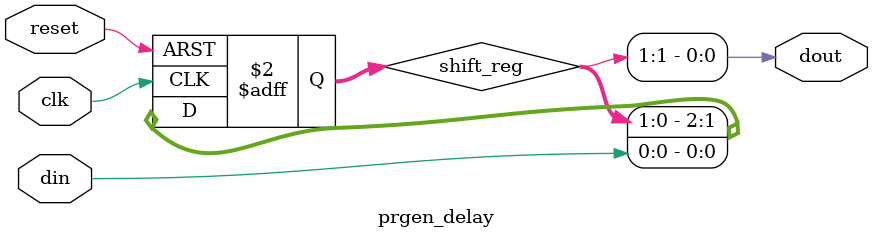
<source format=v>



module prgen_delay(clk,reset,din,dout);
   
   
   input               clk;
   input               reset;
   
   input               din;
   output               dout;
   
   parameter               DELAY = 2;


   reg [DELAY:0]           shift_reg;
   
   always @(posedge clk or posedge reset)
     if (reset)
       shift_reg <= #1 {DELAY+1{1'b0}};
     else
       shift_reg <= #1 {shift_reg[DELAY-1:0], din};

   assign               dout = shift_reg[DELAY-1];
   
   
endmodule


   






</source>
